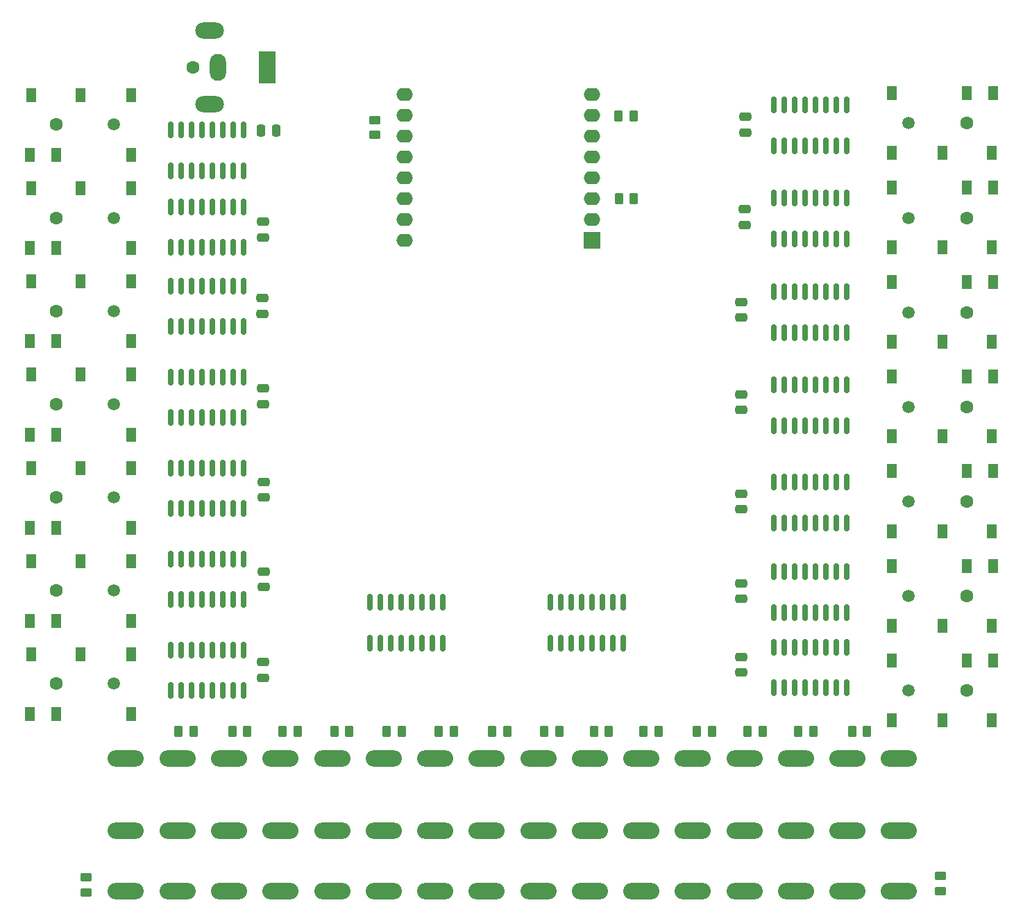
<source format=gbr>
%TF.GenerationSoftware,KiCad,Pcbnew,8.0.5*%
%TF.CreationDate,2024-12-17T00:57:55+08:00*%
%TF.ProjectId,hardware,68617264-7761-4726-952e-6b696361645f,rev?*%
%TF.SameCoordinates,Original*%
%TF.FileFunction,Soldermask,Top*%
%TF.FilePolarity,Negative*%
%FSLAX46Y46*%
G04 Gerber Fmt 4.6, Leading zero omitted, Abs format (unit mm)*
G04 Created by KiCad (PCBNEW 8.0.5) date 2024-12-17 00:57:55*
%MOMM*%
%LPD*%
G01*
G04 APERTURE LIST*
G04 Aperture macros list*
%AMRoundRect*
0 Rectangle with rounded corners*
0 $1 Rounding radius*
0 $2 $3 $4 $5 $6 $7 $8 $9 X,Y pos of 4 corners*
0 Add a 4 corners polygon primitive as box body*
4,1,4,$2,$3,$4,$5,$6,$7,$8,$9,$2,$3,0*
0 Add four circle primitives for the rounded corners*
1,1,$1+$1,$2,$3*
1,1,$1+$1,$4,$5*
1,1,$1+$1,$6,$7*
1,1,$1+$1,$8,$9*
0 Add four rect primitives between the rounded corners*
20,1,$1+$1,$2,$3,$4,$5,0*
20,1,$1+$1,$4,$5,$6,$7,0*
20,1,$1+$1,$6,$7,$8,$9,0*
20,1,$1+$1,$8,$9,$2,$3,0*%
G04 Aperture macros list end*
%ADD10R,2.000000X2.000000*%
%ADD11O,2.000000X1.600000*%
%ADD12O,4.404000X2.004000*%
%ADD13RoundRect,0.250000X-0.450000X0.262500X-0.450000X-0.262500X0.450000X-0.262500X0.450000X0.262500X0*%
%ADD14RoundRect,0.250000X-0.262500X-0.450000X0.262500X-0.450000X0.262500X0.450000X-0.262500X0.450000X0*%
%ADD15R,1.300000X1.700000*%
%ADD16C,1.500000*%
%ADD17C,1.600000*%
%ADD18RoundRect,0.250000X0.262500X0.450000X-0.262500X0.450000X-0.262500X-0.450000X0.262500X-0.450000X0*%
%ADD19RoundRect,0.250000X-0.475000X0.250000X-0.475000X-0.250000X0.475000X-0.250000X0.475000X0.250000X0*%
%ADD20RoundRect,0.250000X-0.250000X-0.475000X0.250000X-0.475000X0.250000X0.475000X-0.250000X0.475000X0*%
%ADD21RoundRect,0.150000X0.150000X-0.825000X0.150000X0.825000X-0.150000X0.825000X-0.150000X-0.825000X0*%
%ADD22R,2.000000X4.000000*%
%ADD23O,2.000000X3.300000*%
%ADD24O,3.500000X2.000000*%
G04 APERTURE END LIST*
D10*
%TO.C,U1*%
X229290000Y-70800000D03*
D11*
X229290000Y-68260000D03*
X229290000Y-65720000D03*
X229290000Y-63180000D03*
X229290000Y-60640000D03*
X229290000Y-58100000D03*
X229290000Y-55560000D03*
X229290000Y-53020000D03*
X206430000Y-53020000D03*
X206430000Y-55560000D03*
X206430000Y-58100000D03*
X206430000Y-60640000D03*
X206430000Y-63180000D03*
X206430000Y-65720000D03*
X206430000Y-68260000D03*
X206430000Y-70800000D03*
%TD*%
D12*
%TO.C,SW15*%
X260473334Y-134000000D03*
X260473334Y-150100000D03*
X260473334Y-142800000D03*
%TD*%
%TO.C,SW14*%
X254186668Y-134000000D03*
X254186668Y-150100000D03*
X254186668Y-142800000D03*
%TD*%
%TO.C,SW13*%
X247900002Y-134000000D03*
X247900002Y-150100000D03*
X247900002Y-142800000D03*
%TD*%
%TO.C,SW12*%
X241613336Y-134000000D03*
X241613336Y-150100000D03*
X241613336Y-142800000D03*
%TD*%
%TO.C,SW11*%
X235326670Y-134000000D03*
X235326670Y-150100000D03*
X235326670Y-142800000D03*
%TD*%
%TO.C,SW10*%
X229040004Y-134000000D03*
X229040004Y-150100000D03*
X229040004Y-142800000D03*
%TD*%
%TO.C,SW9*%
X222753338Y-134000000D03*
X222753338Y-150100000D03*
X222753338Y-142800000D03*
%TD*%
%TO.C,SW8*%
X216466672Y-134000000D03*
X216466672Y-150100000D03*
X216466672Y-142800000D03*
%TD*%
%TO.C,SW7*%
X210180006Y-134000000D03*
X210180006Y-150100000D03*
X210180006Y-142800000D03*
%TD*%
%TO.C,SW6*%
X203893340Y-134000000D03*
X203893340Y-150100000D03*
X203893340Y-142800000D03*
%TD*%
%TO.C,SW5*%
X197606674Y-134000000D03*
X197606674Y-150100000D03*
X197606674Y-142800000D03*
%TD*%
%TO.C,SW4*%
X191320008Y-134000000D03*
X191320008Y-150100000D03*
X191320008Y-142800000D03*
%TD*%
%TO.C,SW3*%
X185033342Y-134000000D03*
X185033342Y-150100000D03*
X185033342Y-142800000D03*
%TD*%
%TO.C,SW2*%
X178746676Y-134000000D03*
X178746676Y-150100000D03*
X178746676Y-142800000D03*
%TD*%
%TO.C,SW1*%
X172460010Y-134000000D03*
X172460010Y-150100000D03*
X172460010Y-142800000D03*
%TD*%
%TO.C,SW16*%
X266760000Y-134000000D03*
X266760000Y-150100000D03*
X266760000Y-142800000D03*
%TD*%
D13*
%TO.C,R19*%
X271800000Y-148287500D03*
X271800000Y-150112500D03*
%TD*%
D14*
%TO.C,R18*%
X261037500Y-130700000D03*
X262862500Y-130700000D03*
%TD*%
%TO.C,R17*%
X256312500Y-130700000D03*
X254487500Y-130700000D03*
%TD*%
%TO.C,R16*%
X250112500Y-130700000D03*
X248287500Y-130700000D03*
%TD*%
%TO.C,R15*%
X243962500Y-130700000D03*
X242137500Y-130700000D03*
%TD*%
%TO.C,R14*%
X237412500Y-130700000D03*
X235587500Y-130700000D03*
%TD*%
%TO.C,R13*%
X231362500Y-130700000D03*
X229537500Y-130700000D03*
%TD*%
%TO.C,R12*%
X225312500Y-130700000D03*
X223487500Y-130700000D03*
%TD*%
%TO.C,R11*%
X218962500Y-130700000D03*
X217137500Y-130700000D03*
%TD*%
%TO.C,R10*%
X212462500Y-130700000D03*
X210637500Y-130700000D03*
%TD*%
%TO.C,R9*%
X206112500Y-130700000D03*
X204287500Y-130700000D03*
%TD*%
%TO.C,R8*%
X199712500Y-130700000D03*
X197887500Y-130700000D03*
%TD*%
%TO.C,R7*%
X193412500Y-130700000D03*
X191587500Y-130700000D03*
%TD*%
%TO.C,R6*%
X187262500Y-130700000D03*
X185437500Y-130700000D03*
%TD*%
%TO.C,R5*%
X180712500Y-130700000D03*
X178887500Y-130700000D03*
%TD*%
D13*
%TO.C,R4*%
X167550000Y-150262500D03*
X167550000Y-148437500D03*
%TD*%
D15*
%TO.C,M12*%
X265850000Y-106241664D03*
X265850000Y-98941664D03*
X272050000Y-106241664D03*
X275050000Y-98941664D03*
X278050000Y-106241664D03*
X278250000Y-98941664D03*
D16*
X267950000Y-102641664D03*
D17*
X275050000Y-102641664D03*
%TD*%
D13*
%TO.C,R3*%
X202800000Y-56137500D03*
X202800000Y-57962500D03*
%TD*%
D18*
%TO.C,R2*%
X234370000Y-55660000D03*
X232545000Y-55660000D03*
%TD*%
%TO.C,R1*%
X234415000Y-65700000D03*
X232590000Y-65700000D03*
%TD*%
D19*
%TO.C,C14*%
X247500000Y-123500000D03*
X247500000Y-121600000D03*
%TD*%
%TO.C,C13*%
X247500000Y-112600000D03*
X247500000Y-114500000D03*
%TD*%
%TO.C,C12*%
X247500000Y-101700000D03*
X247500000Y-103600000D03*
%TD*%
%TO.C,C11*%
X247500000Y-89600000D03*
X247500000Y-91500000D03*
%TD*%
%TO.C,C10*%
X247500000Y-78300000D03*
X247500000Y-80200000D03*
%TD*%
%TO.C,C9*%
X247900000Y-67000000D03*
X247900000Y-68900000D03*
%TD*%
%TO.C,C8*%
X248000000Y-55750000D03*
X248000000Y-57650000D03*
%TD*%
%TO.C,C7*%
X189200000Y-122200000D03*
X189200000Y-124100000D03*
%TD*%
%TO.C,C6*%
X189250000Y-111150000D03*
X189250000Y-113050000D03*
%TD*%
%TO.C,C5*%
X189250000Y-100250000D03*
X189250000Y-102150000D03*
%TD*%
%TO.C,C4*%
X189150000Y-88850000D03*
X189150000Y-90750000D03*
%TD*%
%TO.C,C3*%
X189100000Y-77850000D03*
X189100000Y-79750000D03*
%TD*%
%TO.C,C2*%
X189200000Y-70450000D03*
X189200000Y-68550000D03*
%TD*%
D20*
%TO.C,C1*%
X188900000Y-57450000D03*
X190800000Y-57450000D03*
%TD*%
D17*
%TO.C,M14*%
X275050000Y-125700000D03*
D16*
X267950000Y-125700000D03*
D15*
X278250000Y-122000000D03*
X278050000Y-129300000D03*
X275050000Y-122000000D03*
X272050000Y-129300000D03*
X265850000Y-122000000D03*
X265850000Y-129300000D03*
%TD*%
D17*
%TO.C,M13*%
X275050000Y-114170830D03*
D16*
X267950000Y-114170830D03*
D15*
X278250000Y-110470830D03*
X278050000Y-117770830D03*
X275050000Y-110470830D03*
X272050000Y-117770830D03*
X265850000Y-110470830D03*
X265850000Y-117770830D03*
%TD*%
%TO.C,M11*%
X265850000Y-94712498D03*
X265850000Y-87412498D03*
X272050000Y-94712498D03*
X275050000Y-87412498D03*
X278050000Y-94712498D03*
X278250000Y-87412498D03*
D16*
X267950000Y-91112498D03*
D17*
X275050000Y-91112498D03*
%TD*%
D15*
%TO.C,M9*%
X265850000Y-71654166D03*
X265850000Y-64354166D03*
X272050000Y-71654166D03*
X275050000Y-64354166D03*
X278050000Y-71654166D03*
X278250000Y-64354166D03*
D16*
X267950000Y-68054166D03*
D17*
X275050000Y-68054166D03*
%TD*%
D15*
%TO.C,M8*%
X265850000Y-60125000D03*
X265850000Y-52825000D03*
X272050000Y-60125000D03*
X275050000Y-52825000D03*
X278050000Y-60125000D03*
X278250000Y-52825000D03*
D16*
X267950000Y-56525000D03*
D17*
X275050000Y-56525000D03*
%TD*%
D15*
%TO.C,M7*%
X173115000Y-121250000D03*
X173115000Y-128550000D03*
X166915000Y-121250000D03*
X163915000Y-128550000D03*
X160915000Y-121250000D03*
X160715000Y-128550000D03*
D16*
X171015000Y-124850000D03*
D17*
X163915000Y-124850000D03*
%TD*%
%TO.C,M6*%
X163915000Y-113491665D03*
D16*
X171015000Y-113491665D03*
D15*
X160715000Y-117191665D03*
X160915000Y-109891665D03*
X163915000Y-117191665D03*
X166915000Y-109891665D03*
X173115000Y-117191665D03*
X173115000Y-109891665D03*
%TD*%
D17*
%TO.C,M5*%
X163915000Y-102133332D03*
D16*
X171015000Y-102133332D03*
D15*
X160715000Y-105833332D03*
X160915000Y-98533332D03*
X163915000Y-105833332D03*
X166915000Y-98533332D03*
X173115000Y-105833332D03*
X173115000Y-98533332D03*
%TD*%
D17*
%TO.C,M4*%
X163915000Y-90774999D03*
D16*
X171015000Y-90774999D03*
D15*
X160715000Y-94474999D03*
X160915000Y-87174999D03*
X163915000Y-94474999D03*
X166915000Y-87174999D03*
X173115000Y-94474999D03*
X173115000Y-87174999D03*
%TD*%
D17*
%TO.C,M3*%
X163915000Y-79416666D03*
D16*
X171015000Y-79416666D03*
D15*
X160715000Y-83116666D03*
X160915000Y-75816666D03*
X163915000Y-83116666D03*
X166915000Y-75816666D03*
X173115000Y-83116666D03*
X173115000Y-75816666D03*
%TD*%
D17*
%TO.C,M2*%
X163915000Y-68058333D03*
D16*
X171015000Y-68058333D03*
D15*
X160715000Y-71758333D03*
X160915000Y-64458333D03*
X163915000Y-71758333D03*
X166915000Y-64458333D03*
X173115000Y-71758333D03*
X173115000Y-64458333D03*
%TD*%
%TO.C,M1*%
X173115000Y-53100000D03*
X173115000Y-60400000D03*
X166915000Y-53100000D03*
X163915000Y-60400000D03*
X160915000Y-53100000D03*
X160715000Y-60400000D03*
D16*
X171015000Y-56700000D03*
D17*
X163915000Y-56700000D03*
%TD*%
D21*
%TO.C,U8*%
X177930000Y-103500000D03*
X179200000Y-103500000D03*
X180470000Y-103500000D03*
X181740000Y-103500000D03*
X183010000Y-103500000D03*
X184280000Y-103500000D03*
X185550000Y-103500000D03*
X186820000Y-103500000D03*
X186820000Y-98550000D03*
X185550000Y-98550000D03*
X184280000Y-98550000D03*
X183010000Y-98550000D03*
X181740000Y-98550000D03*
X180470000Y-98550000D03*
X179200000Y-98550000D03*
X177930000Y-98550000D03*
%TD*%
%TO.C,U14*%
X251480000Y-93400000D03*
X252750000Y-93400000D03*
X254020000Y-93400000D03*
X255290000Y-93400000D03*
X256560000Y-93400000D03*
X257830000Y-93400000D03*
X259100000Y-93400000D03*
X260370000Y-93400000D03*
X260370000Y-88450000D03*
X259100000Y-88450000D03*
X257830000Y-88450000D03*
X256560000Y-88450000D03*
X255290000Y-88450000D03*
X254020000Y-88450000D03*
X252750000Y-88450000D03*
X251480000Y-88450000D03*
%TD*%
%TO.C,U17*%
X251480000Y-125350000D03*
X252750000Y-125350000D03*
X254020000Y-125350000D03*
X255290000Y-125350000D03*
X256560000Y-125350000D03*
X257830000Y-125350000D03*
X259100000Y-125350000D03*
X260370000Y-125350000D03*
X260370000Y-120400000D03*
X259100000Y-120400000D03*
X257830000Y-120400000D03*
X256560000Y-120400000D03*
X255290000Y-120400000D03*
X254020000Y-120400000D03*
X252750000Y-120400000D03*
X251480000Y-120400000D03*
%TD*%
%TO.C,U7*%
X177930000Y-92400000D03*
X179200000Y-92400000D03*
X180470000Y-92400000D03*
X181740000Y-92400000D03*
X183010000Y-92400000D03*
X184280000Y-92400000D03*
X185550000Y-92400000D03*
X186820000Y-92400000D03*
X186820000Y-87450000D03*
X185550000Y-87450000D03*
X184280000Y-87450000D03*
X183010000Y-87450000D03*
X181740000Y-87450000D03*
X180470000Y-87450000D03*
X179200000Y-87450000D03*
X177930000Y-87450000D03*
%TD*%
D17*
%TO.C,J2*%
X180650000Y-49700000D03*
D22*
X189650000Y-49700000D03*
D23*
X183650000Y-49700000D03*
D24*
X182650000Y-45200000D03*
X182650000Y-54200000D03*
%TD*%
D21*
%TO.C,U5*%
X177955000Y-71675000D03*
X179225000Y-71675000D03*
X180495000Y-71675000D03*
X181765000Y-71675000D03*
X183035000Y-71675000D03*
X184305000Y-71675000D03*
X185575000Y-71675000D03*
X186845000Y-71675000D03*
X186845000Y-66725000D03*
X185575000Y-66725000D03*
X184305000Y-66725000D03*
X183035000Y-66725000D03*
X181765000Y-66725000D03*
X180495000Y-66725000D03*
X179225000Y-66725000D03*
X177955000Y-66725000D03*
%TD*%
%TO.C,U9*%
X177930000Y-114600000D03*
X179200000Y-114600000D03*
X180470000Y-114600000D03*
X181740000Y-114600000D03*
X183010000Y-114600000D03*
X184280000Y-114600000D03*
X185550000Y-114600000D03*
X186820000Y-114600000D03*
X186820000Y-109650000D03*
X185550000Y-109650000D03*
X184280000Y-109650000D03*
X183010000Y-109650000D03*
X181740000Y-109650000D03*
X180470000Y-109650000D03*
X179200000Y-109650000D03*
X177930000Y-109650000D03*
%TD*%
%TO.C,U16*%
X251480000Y-116150000D03*
X252750000Y-116150000D03*
X254020000Y-116150000D03*
X255290000Y-116150000D03*
X256560000Y-116150000D03*
X257830000Y-116150000D03*
X259100000Y-116150000D03*
X260370000Y-116150000D03*
X260370000Y-111200000D03*
X259100000Y-111200000D03*
X257830000Y-111200000D03*
X256560000Y-111200000D03*
X255290000Y-111200000D03*
X254020000Y-111200000D03*
X252750000Y-111200000D03*
X251480000Y-111200000D03*
%TD*%
%TO.C,U6*%
X177930000Y-81300000D03*
X179200000Y-81300000D03*
X180470000Y-81300000D03*
X181740000Y-81300000D03*
X183010000Y-81300000D03*
X184280000Y-81300000D03*
X185550000Y-81300000D03*
X186820000Y-81300000D03*
X186820000Y-76350000D03*
X185550000Y-76350000D03*
X184280000Y-76350000D03*
X183010000Y-76350000D03*
X181740000Y-76350000D03*
X180470000Y-76350000D03*
X179200000Y-76350000D03*
X177930000Y-76350000D03*
%TD*%
%TO.C,U15*%
X251480000Y-100300000D03*
X252750000Y-100300000D03*
X254020000Y-100300000D03*
X255290000Y-100300000D03*
X256560000Y-100300000D03*
X257830000Y-100300000D03*
X259100000Y-100300000D03*
X260370000Y-100300000D03*
X260370000Y-105250000D03*
X259100000Y-105250000D03*
X257830000Y-105250000D03*
X256560000Y-105250000D03*
X255290000Y-105250000D03*
X254020000Y-105250000D03*
X252750000Y-105250000D03*
X251480000Y-105250000D03*
%TD*%
%TO.C,U4*%
X177930000Y-57350000D03*
X179200000Y-57350000D03*
X180470000Y-57350000D03*
X181740000Y-57350000D03*
X183010000Y-57350000D03*
X184280000Y-57350000D03*
X185550000Y-57350000D03*
X186820000Y-57350000D03*
X186820000Y-62300000D03*
X185550000Y-62300000D03*
X184280000Y-62300000D03*
X183010000Y-62300000D03*
X181740000Y-62300000D03*
X180470000Y-62300000D03*
X179200000Y-62300000D03*
X177930000Y-62300000D03*
%TD*%
%TO.C,U2*%
X202200000Y-114925000D03*
X203470000Y-114925000D03*
X204740000Y-114925000D03*
X206010000Y-114925000D03*
X207280000Y-114925000D03*
X208550000Y-114925000D03*
X209820000Y-114925000D03*
X211090000Y-114925000D03*
X211090000Y-119875000D03*
X209820000Y-119875000D03*
X208550000Y-119875000D03*
X207280000Y-119875000D03*
X206010000Y-119875000D03*
X204740000Y-119875000D03*
X203470000Y-119875000D03*
X202200000Y-119875000D03*
%TD*%
%TO.C,U10*%
X177930000Y-125700000D03*
X179200000Y-125700000D03*
X180470000Y-125700000D03*
X181740000Y-125700000D03*
X183010000Y-125700000D03*
X184280000Y-125700000D03*
X185550000Y-125700000D03*
X186820000Y-125700000D03*
X186820000Y-120750000D03*
X185550000Y-120750000D03*
X184280000Y-120750000D03*
X183010000Y-120750000D03*
X181740000Y-120750000D03*
X180470000Y-120750000D03*
X179200000Y-120750000D03*
X177930000Y-120750000D03*
%TD*%
%TO.C,U12*%
X251480000Y-70600000D03*
X252750000Y-70600000D03*
X254020000Y-70600000D03*
X255290000Y-70600000D03*
X256560000Y-70600000D03*
X257830000Y-70600000D03*
X259100000Y-70600000D03*
X260370000Y-70600000D03*
X260370000Y-65650000D03*
X259100000Y-65650000D03*
X257830000Y-65650000D03*
X256560000Y-65650000D03*
X255290000Y-65650000D03*
X254020000Y-65650000D03*
X252750000Y-65650000D03*
X251480000Y-65650000D03*
%TD*%
%TO.C,U11*%
X251480000Y-59250000D03*
X252750000Y-59250000D03*
X254020000Y-59250000D03*
X255290000Y-59250000D03*
X256560000Y-59250000D03*
X257830000Y-59250000D03*
X259100000Y-59250000D03*
X260370000Y-59250000D03*
X260370000Y-54300000D03*
X259100000Y-54300000D03*
X257830000Y-54300000D03*
X256560000Y-54300000D03*
X255290000Y-54300000D03*
X254020000Y-54300000D03*
X252750000Y-54300000D03*
X251480000Y-54300000D03*
%TD*%
%TO.C,U3*%
X224255000Y-114925000D03*
X225525000Y-114925000D03*
X226795000Y-114925000D03*
X228065000Y-114925000D03*
X229335000Y-114925000D03*
X230605000Y-114925000D03*
X231875000Y-114925000D03*
X233145000Y-114925000D03*
X233145000Y-119875000D03*
X231875000Y-119875000D03*
X230605000Y-119875000D03*
X229335000Y-119875000D03*
X228065000Y-119875000D03*
X226795000Y-119875000D03*
X225525000Y-119875000D03*
X224255000Y-119875000D03*
%TD*%
%TO.C,U13*%
X251480000Y-82025000D03*
X252750000Y-82025000D03*
X254020000Y-82025000D03*
X255290000Y-82025000D03*
X256560000Y-82025000D03*
X257830000Y-82025000D03*
X259100000Y-82025000D03*
X260370000Y-82025000D03*
X260370000Y-77075000D03*
X259100000Y-77075000D03*
X257830000Y-77075000D03*
X256560000Y-77075000D03*
X255290000Y-77075000D03*
X254020000Y-77075000D03*
X252750000Y-77075000D03*
X251480000Y-77075000D03*
%TD*%
D15*
%TO.C,M10*%
X265850000Y-83183332D03*
X265850000Y-75883332D03*
X272050000Y-83183332D03*
X275050000Y-75883332D03*
X278050000Y-83183332D03*
X278250000Y-75883332D03*
D16*
X267950000Y-79583332D03*
D17*
X275050000Y-79583332D03*
%TD*%
M02*

</source>
